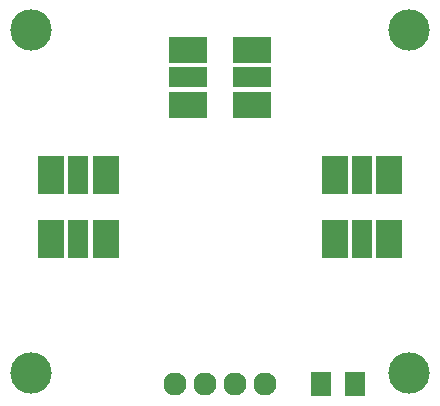
<source format=gts>
G75*
G70*
%OFA0B0*%
%FSLAX24Y24*%
%IPPOS*%
%LPD*%
%AMOC8*
5,1,8,0,0,1.08239X$1,22.5*
%
%ADD10R,0.0867X0.1261*%
%ADD11R,0.0710X0.1261*%
%ADD12R,0.1261X0.0867*%
%ADD13R,0.1261X0.0710*%
%ADD14C,0.1380*%
%ADD15R,0.0710X0.0790*%
%ADD16C,0.0770*%
D10*
X002394Y006876D03*
X004205Y006876D03*
X004205Y009002D03*
X002394Y009002D03*
X011843Y009002D03*
X013654Y009002D03*
X013654Y006876D03*
X011843Y006876D03*
D11*
X012748Y006876D03*
X012748Y009002D03*
X003300Y009002D03*
X003300Y006876D03*
D12*
X006961Y011364D03*
X006961Y013175D03*
X009087Y013175D03*
X009087Y011364D03*
D13*
X009087Y012270D03*
X006961Y012270D03*
D14*
X001725Y002427D03*
X001725Y013844D03*
X014323Y013844D03*
X014323Y002427D03*
D15*
X012521Y002033D03*
X011401Y002033D03*
D16*
X009524Y002033D03*
X008524Y002033D03*
X007524Y002033D03*
X006524Y002033D03*
M02*

</source>
